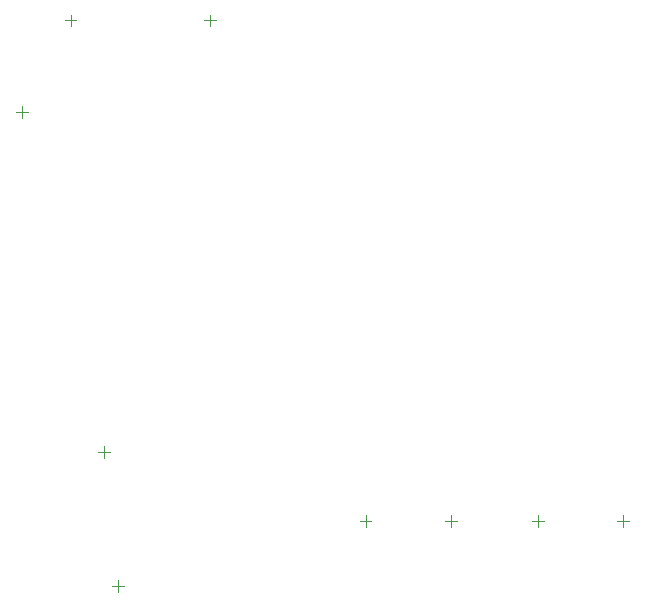
<source format=gbr>
%TF.GenerationSoftware,Altium Limited,Altium Designer,22.7.1 (60)*%
G04 Layer_Color=16711935*
%FSLAX45Y45*%
%MOMM*%
%TF.SameCoordinates,61DBAAF2-DE87-4E8A-AD11-02536D302051*%
%TF.FilePolarity,Positive*%
%TF.FileFunction,Other,Top_Component_Center*%
%TF.Part,Single*%
G01*
G75*
%TA.AperFunction,NonConductor*%
%ADD63C,0.10000*%
D63*
X1402359Y6477000D02*
X1502358Y6477000D01*
X1452358Y6427000D02*
X1452359Y6527000D01*
X2585250Y6477000D02*
X2685250D01*
X2635250Y6427000D02*
Y6527000D01*
X989858Y5705500D02*
X1089858Y5705500D01*
X1039857Y5655500D02*
X1039858Y5755500D01*
X1803535Y1688751D02*
X1903534Y1688750D01*
X1853535Y1638750D02*
Y1738750D01*
X1682535Y2825750D02*
X1782536Y2825750D01*
X1732535Y2875750D02*
X1732536Y2775749D01*
X4671975Y2190485D02*
Y2290485D01*
X4621976Y2240485D02*
X4721975D01*
X3949660Y2190485D02*
Y2290485D01*
X3899660Y2240485D02*
X3999660D01*
X5410160Y2190485D02*
Y2290485D01*
X5360160Y2240485D02*
X5460160D01*
X6132475Y2190485D02*
Y2290485D01*
X6082476Y2240485D02*
X6182475D01*
%TF.MD5,053115881140844c19a200f1f3909663*%
M02*

</source>
